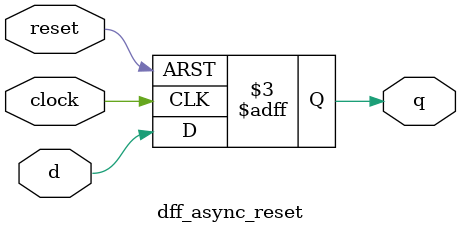
<source format=v>
module dff_sync_reset(q,d,reset,clock);
    output q;
    input d,reset,clock;
    reg q;
    
    always @(posedge clock)
    begin
        if(!reset)
           q<=1'b0;
        else
           q<=d;
       end
endmodule
           
module dff_async_reset(q,d,reset,clock);
    output q;
    input d,reset,clock;
    reg q;
    
    always @(posedge clock or negedge reset)
    begin
        if(!reset)
           q<=1'b0;
        else
           q<=d;
       end
endmodule

</source>
